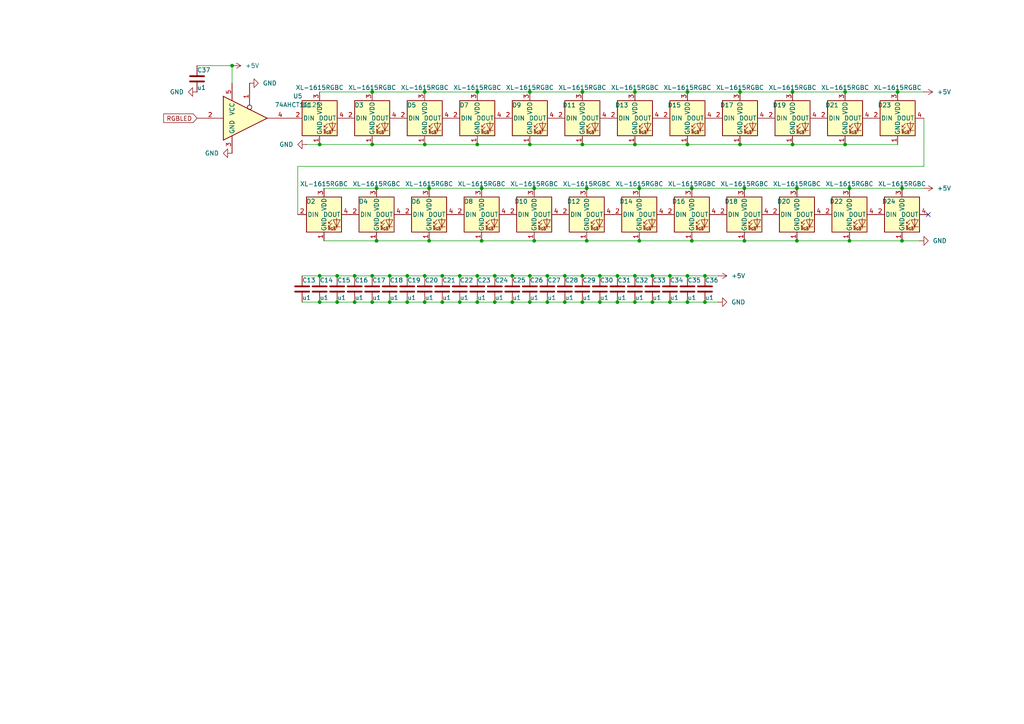
<source format=kicad_sch>
(kicad_sch (version 20250114) (generator "eeschema") (generator_version "9.0")
  (paper "A4")
  (lib_symbols
    (symbol "74xGxx:74AHCT1G125"
      (property "Reference" "U" (at -2.54 3.81 0))
      (property "Value" "74AHCT1G125" (at 0 -3.81 0))
      (symbol "74AHCT1G125_0_1"
        (polyline (pts (xy -7.62 6.35) (xy -7.62 -6.35) (xy 5.08 0) (xy -7.62 6.35)) (stroke (width 0.254)) (fill (type background)))
      )
      (symbol "74AHCT1G125_1_1"
        (pin input line (at -15.24 0 0) (length 7.62) (name "~") (number "2"))
        (pin power_in line (at -5.08 10.16 270) (length 5.08) (name "VCC") (number "5"))
        (pin power_in line (at -5.08 -10.16 90) (length 5.08) (name "GND") (number "3"))
        (pin input inverted (at 0 10.16 270) (length 7.62) (name "~") (number "1"))
        (pin tri_state line (at 12.7 0 180) (length 7.62) (name "~") (number "4"))
      )
    )
    (symbol "Device:C" (pin_numbers (hide yes)) (pin_names (offset 0.254))
      (property "Reference" "C" (at 0.635 2.54 0))
      (property "Value" "C" (at 0.635 -2.54 0))
      (symbol "C_0_1"
        (polyline (pts (xy -2.032 0.762) (xy 2.032 0.762)) (stroke (width 0.508)))
        (polyline (pts (xy -2.032 -0.762) (xy 2.032 -0.762)) (stroke (width 0.508)))
      )
      (symbol "C_1_1"
        (pin passive line (at 0 3.81 270) (length 2.794) (name "~") (number "1"))
        (pin passive line (at 0 -3.81 90) (length 2.794) (name "~") (number "2"))
      )
    )
    (symbol "liebler_OPTO:XL-1615RGBC" (pin_names (offset 0.254))
      (property "Reference" "D" (at 5.08 5.715 0))
      (property "Value" "XL-1615RGBC" (at 1.27 -5.715 0))
      (symbol "XL-1615RGBC_0_0"
        (text "RGB" (at 2.286 -4.191 0) (effects (font (size 0.762 0.762))))
      )
      (symbol "XL-1615RGBC_0_1"
        (polyline (pts (xy 1.27 -2.54) (xy 1.778 -2.54)))
        (polyline (pts (xy 1.27 -3.556) (xy 1.778 -3.556)))
        (polyline (pts (xy 2.286 -1.524) (xy 1.27 -2.54) (xy 1.27 -2.032)))
        (polyline (pts (xy 2.286 -2.54) (xy 1.27 -3.556) (xy 1.27 -3.048)))
        (polyline (pts (xy 3.683 -1.016) (xy 3.683 -3.556) (xy 3.683 -4.064)))
        (polyline (pts (xy 4.699 -1.524) (xy 2.667 -1.524) (xy 3.683 -3.556) (xy 4.699 -1.524)))
        (polyline (pts (xy 4.699 -3.556) (xy 2.667 -3.556)))
        (rectangle (start 5.08 5.08) (end -5.08 -5.08) (stroke (width 0.254)) (fill (type background)))
      )
      (symbol "XL-1615RGBC_1_1"
        (pin input line (at -7.62 0 0) (length 2.54) (name "DIN") (number "2"))
        (pin power_in line (at 0 7.62 270) (length 2.54) (name "VDD") (number "3"))
        (pin power_in line (at 0 -7.62 90) (length 2.54) (name "GND") (number "1"))
        (pin output line (at 7.62 0 180) (length 2.54) (name "DOUT") (number "4"))
      )
    )
    (symbol "power:+5V" (power) (pin_numbers (hide yes)) (pin_names (offset 0) (hide yes))
      (property "Value" "+5V" (at 0 3.556 0))
      (symbol "+5V_0_1"
        (polyline (pts (xy -0.762 1.27) (xy 0 2.54)))
        (polyline (pts (xy 0 2.54) (xy 0.762 1.27)))
        (polyline (pts (xy 0 0) (xy 0 2.54)))
      )
      (symbol "+5V_1_1"
        (pin power_in line (at 0 0 90) (length 0) (name "~") (number "1"))
      )
    )
    (symbol "power:GND" (power) (pin_numbers (hide yes)) (pin_names (offset 0) (hide yes))
      (property "Value" "GND" (at 0 -3.81 0))
      (symbol "GND_0_1"
        (polyline (pts (xy 0 0) (xy 0 -1.27) (xy 1.27 -1.27) (xy 0 -2.54) (xy -1.27 -1.27) (xy 0 -1.27)))
      )
      (symbol "GND_1_1"
        (pin power_in line (at 0 0 270) (length 0) (name "~") (number "1"))
      )
    )
  )
  (junction (at 143.51 80.01))
  (junction (at 148.59 87.63))
  (junction (at 170.18 54.61))
  (junction (at 246.38 69.85))
  (junction (at 128.27 87.63))
  (junction (at 179.07 80.01))
  (junction (at 107.95 80.01))
  (junction (at 118.11 87.63))
  (junction (at 170.18 69.85))
  (junction (at 229.87 41.91))
  (junction (at 107.95 87.63))
  (junction (at 128.27 80.01))
  (junction (at 184.15 87.63))
  (junction (at 102.87 87.63))
  (junction (at 261.62 69.85))
  (junction (at 179.07 87.63))
  (junction (at 189.23 87.63))
  (junction (at 138.43 41.91))
  (junction (at 194.31 87.63))
  (junction (at 102.87 80.01))
  (junction (at 133.35 87.63))
  (junction (at 168.91 80.01))
  (junction (at 124.46 69.85))
  (junction (at 199.39 87.63))
  (junction (at 139.7 69.85))
  (junction (at 168.91 87.63))
  (junction (at 109.22 69.85))
  (junction (at 123.19 87.63))
  (junction (at 215.9 54.61))
  (junction (at 214.63 26.67))
  (junction (at 261.62 54.61))
  (junction (at 158.75 87.63))
  (junction (at 153.67 80.01))
  (junction (at 229.87 26.67))
  (junction (at 148.59 80.01))
  (junction (at 123.19 80.01))
  (junction (at 184.15 80.01))
  (junction (at 199.39 41.91))
  (junction (at 200.66 54.61))
  (junction (at 200.66 69.85))
  (junction (at 139.7 54.61))
  (junction (at 173.99 87.63))
  (junction (at 118.11 80.01))
  (junction (at 194.31 80.01))
  (junction (at 204.47 80.01))
  (junction (at 245.11 26.67))
  (junction (at 143.51 87.63))
  (junction (at 153.67 87.63))
  (junction (at 92.71 80.01))
  (junction (at 154.94 54.61))
  (junction (at 109.22 54.61))
  (junction (at 199.39 26.67))
  (junction (at 138.43 26.67))
  (junction (at 107.95 26.67))
  (junction (at 260.35 26.67))
  (junction (at 138.43 87.63))
  (junction (at 163.83 87.63))
  (junction (at 231.14 54.61))
  (junction (at 168.91 26.67))
  (junction (at 184.15 26.67))
  (junction (at 231.14 69.85))
  (junction (at 158.75 80.01))
  (junction (at 153.67 41.91))
  (junction (at 123.19 41.91))
  (junction (at 215.9 69.85))
  (junction (at 189.23 80.01))
  (junction (at 199.39 80.01))
  (junction (at 92.71 41.91))
  (junction (at 97.79 80.01))
  (junction (at 153.67 26.67))
  (junction (at 204.47 87.63))
  (junction (at 113.03 80.01))
  (junction (at 92.71 87.63))
  (junction (at 97.79 87.63))
  (junction (at 163.83 80.01))
  (junction (at 185.42 54.61))
  (junction (at 173.99 80.01))
  (junction (at 124.46 54.61))
  (junction (at 133.35 80.01))
  (junction (at 168.91 41.91))
  (junction (at 184.15 41.91))
  (junction (at 214.63 41.91))
  (junction (at 246.38 54.61))
  (junction (at 185.42 69.85))
  (junction (at 113.03 87.63))
  (junction (at 123.19 26.67))
  (junction (at 154.94 69.85))
  (junction (at 138.43 80.01))
  (junction (at 107.95 41.91))
  (junction (at 67.31 19.05))
  (junction (at 245.11 41.91))
  (no_connect (at 269.24 62.23))
  (wire (pts (xy 215.9 69.85) (xy 231.14 69.85)))
  (wire (pts (xy 261.62 54.61) (xy 267.97 54.61)))
  (wire (pts (xy 128.27 80.01) (xy 133.35 80.01)))
  (wire (pts (xy 153.67 41.91) (xy 168.91 41.91)))
  (wire (pts (xy 267.97 48.26) (xy 86.36 48.26)))
  (wire (pts (xy 124.46 54.61) (xy 139.7 54.61)))
  (wire (pts (xy 184.15 80.01) (xy 189.23 80.01)))
  (wire (pts (xy 185.42 54.61) (xy 200.66 54.61)))
  (wire (pts (xy 107.95 87.63) (xy 113.03 87.63)))
  (wire (pts (xy 154.94 54.61) (xy 170.18 54.61)))
  (wire (pts (xy 173.99 80.01) (xy 179.07 80.01)))
  (wire (pts (xy 199.39 41.91) (xy 214.63 41.91)))
  (wire (pts (xy 261.62 69.85) (xy 266.7 69.85)))
  (wire (pts (xy 200.66 69.85) (xy 215.9 69.85)))
  (wire (pts (xy 124.46 69.85) (xy 139.7 69.85)))
  (wire (pts (xy 109.22 69.85) (xy 124.46 69.85)))
  (wire (pts (xy 179.07 80.01) (xy 184.15 80.01)))
  (wire (pts (xy 189.23 80.01) (xy 194.31 80.01)))
  (wire (pts (xy 214.63 41.91) (xy 229.87 41.91)))
  (wire (pts (xy 67.31 19.05) (xy 57.15 19.05)))
  (wire (pts (xy 92.71 41.91) (xy 107.95 41.91)))
  (wire (pts (xy 118.11 80.01) (xy 123.19 80.01)))
  (wire (pts (xy 87.63 87.63) (xy 92.71 87.63)))
  (wire (pts (xy 173.99 87.63) (xy 179.07 87.63)))
  (wire (pts (xy 246.38 54.61) (xy 261.62 54.61)))
  (wire (pts (xy 245.11 26.67) (xy 260.35 26.67)))
  (wire (pts (xy 92.71 26.67) (xy 107.95 26.67)))
  (wire (pts (xy 139.7 69.85) (xy 154.94 69.85)))
  (wire (pts (xy 92.71 80.01) (xy 97.79 80.01)))
  (wire (pts (xy 199.39 80.01) (xy 204.47 80.01)))
  (wire (pts (xy 231.14 69.85) (xy 246.38 69.85)))
  (wire (pts (xy 185.42 69.85) (xy 200.66 69.85)))
  (wire (pts (xy 88.9 41.91) (xy 92.71 41.91)))
  (wire (pts (xy 102.87 87.63) (xy 107.95 87.63)))
  (wire (pts (xy 87.63 80.01) (xy 92.71 80.01)))
  (wire (pts (xy 97.79 87.63) (xy 102.87 87.63)))
  (wire (pts (xy 107.95 26.67) (xy 123.19 26.67)))
  (wire (pts (xy 168.91 87.63) (xy 173.99 87.63)))
  (wire (pts (xy 113.03 80.01) (xy 118.11 80.01)))
  (wire (pts (xy 138.43 87.63) (xy 143.51 87.63)))
  (wire (pts (xy 168.91 80.01) (xy 173.99 80.01)))
  (wire (pts (xy 133.35 87.63) (xy 138.43 87.63)))
  (wire (pts (xy 148.59 87.63) (xy 153.67 87.63)))
  (wire (pts (xy 93.98 54.61) (xy 109.22 54.61)))
  (wire (pts (xy 123.19 80.01) (xy 128.27 80.01)))
  (wire (pts (xy 133.35 80.01) (xy 138.43 80.01)))
  (wire (pts (xy 184.15 41.91) (xy 199.39 41.91)))
  (wire (pts (xy 267.97 34.29) (xy 267.97 48.26)))
  (wire (pts (xy 138.43 80.01) (xy 143.51 80.01)))
  (wire (pts (xy 215.9 54.61) (xy 231.14 54.61)))
  (wire (pts (xy 158.75 80.01) (xy 163.83 80.01)))
  (wire (pts (xy 229.87 26.67) (xy 245.11 26.67)))
  (wire (pts (xy 148.59 80.01) (xy 153.67 80.01)))
  (wire (pts (xy 109.22 54.61) (xy 124.46 54.61)))
  (wire (pts (xy 93.98 69.85) (xy 109.22 69.85)))
  (wire (pts (xy 184.15 26.67) (xy 199.39 26.67)))
  (wire (pts (xy 214.63 26.67) (xy 229.87 26.67)))
  (wire (pts (xy 107.95 41.91) (xy 123.19 41.91)))
  (wire (pts (xy 123.19 87.63) (xy 128.27 87.63)))
  (wire (pts (xy 204.47 80.01) (xy 208.28 80.01)))
  (wire (pts (xy 143.51 87.63) (xy 148.59 87.63)))
  (wire (pts (xy 107.95 80.01) (xy 113.03 80.01)))
  (wire (pts (xy 153.67 26.67) (xy 168.91 26.67)))
  (wire (pts (xy 170.18 54.61) (xy 185.42 54.61)))
  (wire (pts (xy 260.35 26.67) (xy 267.97 26.67)))
  (wire (pts (xy 231.14 54.61) (xy 246.38 54.61)))
  (wire (pts (xy 184.15 87.63) (xy 189.23 87.63)))
  (wire (pts (xy 113.03 87.63) (xy 118.11 87.63)))
  (wire (pts (xy 128.27 87.63) (xy 133.35 87.63)))
  (wire (pts (xy 245.11 41.91) (xy 260.35 41.91)))
  (wire (pts (xy 92.71 87.63) (xy 97.79 87.63)))
  (wire (pts (xy 139.7 54.61) (xy 154.94 54.61)))
  (wire (pts (xy 170.18 69.85) (xy 185.42 69.85)))
  (wire (pts (xy 123.19 26.67) (xy 138.43 26.67)))
  (wire (pts (xy 204.47 87.63) (xy 208.28 87.63)))
  (wire (pts (xy 168.91 26.67) (xy 184.15 26.67)))
  (wire (pts (xy 158.75 87.63) (xy 163.83 87.63)))
  (wire (pts (xy 143.51 80.01) (xy 148.59 80.01)))
  (wire (pts (xy 153.67 80.01) (xy 158.75 80.01)))
  (wire (pts (xy 153.67 87.63) (xy 158.75 87.63)))
  (wire (pts (xy 179.07 87.63) (xy 184.15 87.63)))
  (wire (pts (xy 168.91 41.91) (xy 184.15 41.91)))
  (wire (pts (xy 102.87 80.01) (xy 107.95 80.01)))
  (wire (pts (xy 138.43 26.67) (xy 153.67 26.67)))
  (wire (pts (xy 229.87 41.91) (xy 245.11 41.91)))
  (wire (pts (xy 154.94 69.85) (xy 170.18 69.85)))
  (wire (pts (xy 163.83 80.01) (xy 168.91 80.01)))
  (wire (pts (xy 199.39 26.67) (xy 214.63 26.67)))
  (wire (pts (xy 246.38 69.85) (xy 261.62 69.85)))
  (wire (pts (xy 86.36 48.26) (xy 86.36 62.23)))
  (wire (pts (xy 199.39 87.63) (xy 204.47 87.63)))
  (wire (pts (xy 123.19 41.91) (xy 138.43 41.91)))
  (wire (pts (xy 189.23 87.63) (xy 194.31 87.63)))
  (wire (pts (xy 67.31 24.13) (xy 67.31 19.05)))
  (wire (pts (xy 138.43 41.91) (xy 153.67 41.91)))
  (wire (pts (xy 163.83 87.63) (xy 168.91 87.63)))
  (wire (pts (xy 194.31 87.63) (xy 199.39 87.63)))
  (wire (pts (xy 97.79 80.01) (xy 102.87 80.01)))
  (wire (pts (xy 200.66 54.61) (xy 215.9 54.61)))
  (wire (pts (xy 194.31 80.01) (xy 199.39 80.01)))
  (wire (pts (xy 118.11 87.63) (xy 123.19 87.63)))
  (global_label "RGBLED" (shape input) (at 57.15 34.29 180) (property "Intersheetrefs" "${INTERSHEET_REFS}" (effects (hide yes))))
  (symbol (lib_id "Device:C") (at 179.07 83.82 0) (unit 1)
    (property "Reference" "C31" (at 179.07 81.28 0) (effects (justify left)))
    (property "Value" "u1" (at 179.07 86.36 0) (effects (justify left)))
    (property "Footprint" "Capacitor_SMD:C_0201_0603Metric" (effects (hide yes)))
    (property "Description" "Unpolarized capacitor" (effects (hide yes)))
  )
  (symbol (lib_id "Device:C") (at 168.91 83.82 0) (unit 1)
    (property "Reference" "C29" (at 168.91 81.28 0) (effects (justify left)))
    (property "Value" "u1" (at 168.91 86.36 0) (effects (justify left)))
    (property "Footprint" "Capacitor_SMD:C_0201_0603Metric" (effects (hide yes)))
    (property "Description" "Unpolarized capacitor" (effects (hide yes)))
  )
  (symbol (lib_id "Device:C") (at 148.59 83.82 0) (unit 1)
    (property "Reference" "C25" (at 148.59 81.28 0) (effects (justify left)))
    (property "Value" "u1" (at 148.59 86.36 0) (effects (justify left)))
    (property "Footprint" "Capacitor_SMD:C_0201_0603Metric" (effects (hide yes)))
    (property "Description" "Unpolarized capacitor" (effects (hide yes)))
  )
  (symbol (lib_id "Device:C") (at 199.39 83.82 0) (unit 1)
    (property "Reference" "C35" (at 199.39 81.28 0) (effects (justify left)))
    (property "Value" "u1" (at 199.39 86.36 0) (effects (justify left)))
    (property "Footprint" "Capacitor_SMD:C_0201_0603Metric" (effects (hide yes)))
    (property "Description" "Unpolarized capacitor" (effects (hide yes)))
  )
  (symbol (lib_id "Device:C") (at 163.83 83.82 0) (unit 1)
    (property "Reference" "C28" (at 163.83 81.28 0) (effects (justify left)))
    (property "Value" "u1" (at 163.83 86.36 0) (effects (justify left)))
    (property "Footprint" "Capacitor_SMD:C_0201_0603Metric" (effects (hide yes)))
    (property "Description" "Unpolarized capacitor" (effects (hide yes)))
  )
  (symbol (lib_id "liebler_OPTO:XL-1615RGBC") (at 229.87 34.29 0) (unit 1)
    (property "Reference" "D19" (at 226.06 30.48 0))
    (property "Value" "XL-1615RGBC" (at 229.87 25.4 0))
    (property "Footprint" "liebler_OPTO:XL-1615" (effects (hide yes)))
    (property "Datasheet" "https://lcsc.com/datasheet/lcsc_datasheet_2504101957_XINGLIGHT-XL-1615RGBC-WS2812B_C5349954.pdf" (effects (hide yes)))
    (property "Description" "RGB LED with integrated controller" (effects (hide yes)))
  )
  (symbol (lib_id "power:GND") (at 67.31 44.45 270) (unit 1)
    (property "Reference" "#PWR040" (effects (hide yes)))
    (property "Value" "GND" (at 63.5 44.4499 90) (effects (justify right)))
    (property "Description" "Power symbol creates a global label with name \"GND\" , ground" (effects (hide yes)))
  )
  (symbol (lib_id "liebler_OPTO:XL-1615RGBC") (at 109.22 62.23 0) (unit 1)
    (property "Reference" "D4" (at 105.41 58.42 0))
    (property "Value" "XL-1615RGBC" (at 109.22 53.34 0))
    (property "Footprint" "liebler_OPTO:XL-1615" (effects (hide yes)))
    (property "Datasheet" "https://lcsc.com/datasheet/lcsc_datasheet_2504101957_XINGLIGHT-XL-1615RGBC-WS2812B_C5349954.pdf" (effects (hide yes)))
    (property "Description" "RGB LED with integrated controller" (effects (hide yes)))
  )
  (symbol (lib_id "liebler_OPTO:XL-1615RGBC") (at 92.71 34.29 0) (unit 1)
    (property "Reference" "D1" (at 88.9 30.48 0))
    (property "Value" "XL-1615RGBC" (at 92.71 25.4 0))
    (property "Footprint" "liebler_OPTO:XL-1615" (effects (hide yes)))
    (property "Datasheet" "https://lcsc.com/datasheet/lcsc_datasheet_2504101957_XINGLIGHT-XL-1615RGBC-WS2812B_C5349954.pdf" (effects (hide yes)))
    (property "Description" "RGB LED with integrated controller" (effects (hide yes)))
  )
  (symbol (lib_id "liebler_OPTO:XL-1615RGBC") (at 231.14 62.23 0) (unit 1)
    (property "Reference" "D20" (at 227.33 58.42 0))
    (property "Value" "XL-1615RGBC" (at 231.14 53.34 0))
    (property "Footprint" "liebler_OPTO:XL-1615" (effects (hide yes)))
    (property "Datasheet" "https://lcsc.com/datasheet/lcsc_datasheet_2504101957_XINGLIGHT-XL-1615RGBC-WS2812B_C5349954.pdf" (effects (hide yes)))
    (property "Description" "RGB LED with integrated controller" (effects (hide yes)))
  )
  (symbol (lib_id "liebler_OPTO:XL-1615RGBC") (at 245.11 34.29 0) (unit 1)
    (property "Reference" "D21" (at 241.3 30.48 0))
    (property "Value" "XL-1615RGBC" (at 245.11 25.4 0))
    (property "Footprint" "liebler_OPTO:XL-1615" (effects (hide yes)))
    (property "Datasheet" "https://lcsc.com/datasheet/lcsc_datasheet_2504101957_XINGLIGHT-XL-1615RGBC-WS2812B_C5349954.pdf" (effects (hide yes)))
    (property "Description" "RGB LED with integrated controller" (effects (hide yes)))
  )
  (symbol (lib_id "power:+5V") (at 267.97 26.67 270) (unit 1)
    (property "Reference" "#PWR019" (effects (hide yes)))
    (property "Value" "+5V" (at 271.78 26.6699 90) (effects (justify left)))
    (property "Description" "Power symbol creates a global label with name \"+5V\"" (effects (hide yes)))
  )
  (symbol (lib_id "Device:C") (at 107.95 83.82 0) (unit 1)
    (property "Reference" "C17" (at 107.95 81.28 0) (effects (justify left)))
    (property "Value" "u1" (at 107.95 86.36 0) (effects (justify left)))
    (property "Footprint" "Capacitor_SMD:C_0201_0603Metric" (effects (hide yes)))
    (property "Description" "Unpolarized capacitor" (effects (hide yes)))
  )
  (symbol (lib_id "liebler_OPTO:XL-1615RGBC") (at 260.35 34.29 0) (unit 1)
    (property "Reference" "D23" (at 256.54 30.48 0))
    (property "Value" "XL-1615RGBC" (at 260.35 25.4 0))
    (property "Footprint" "liebler_OPTO:XL-1615" (effects (hide yes)))
    (property "Datasheet" "https://lcsc.com/datasheet/lcsc_datasheet_2504101957_XINGLIGHT-XL-1615RGBC-WS2812B_C5349954.pdf" (effects (hide yes)))
    (property "Description" "RGB LED with integrated controller" (effects (hide yes)))
  )
  (symbol (lib_id "Device:C") (at 194.31 83.82 0) (unit 1)
    (property "Reference" "C34" (at 194.31 81.28 0) (effects (justify left)))
    (property "Value" "u1" (at 194.31 86.36 0) (effects (justify left)))
    (property "Footprint" "Capacitor_SMD:C_0201_0603Metric" (effects (hide yes)))
    (property "Description" "Unpolarized capacitor" (effects (hide yes)))
  )
  (symbol (lib_id "liebler_OPTO:XL-1615RGBC") (at 261.62 62.23 0) (unit 1)
    (property "Reference" "D24" (at 257.81 58.42 0))
    (property "Value" "XL-1615RGBC" (at 261.62 53.34 0))
    (property "Footprint" "liebler_OPTO:XL-1615" (effects (hide yes)))
    (property "Datasheet" "https://lcsc.com/datasheet/lcsc_datasheet_2504101957_XINGLIGHT-XL-1615RGBC-WS2812B_C5349954.pdf" (effects (hide yes)))
    (property "Description" "RGB LED with integrated controller" (effects (hide yes)))
  )
  (symbol (lib_id "Device:C") (at 143.51 83.82 0) (unit 1)
    (property "Reference" "C24" (at 143.51 81.28 0) (effects (justify left)))
    (property "Value" "u1" (at 143.51 86.36 0) (effects (justify left)))
    (property "Footprint" "Capacitor_SMD:C_0201_0603Metric" (effects (hide yes)))
    (property "Description" "Unpolarized capacitor" (effects (hide yes)))
  )
  (symbol (lib_id "power:GND") (at 72.39 24.13 90) (unit 1)
    (property "Reference" "#PWR043" (effects (hide yes)))
    (property "Value" "GND" (at 76.2 24.1301 90) (effects (justify right)))
    (property "Description" "Power symbol creates a global label with name \"GND\" , ground" (effects (hide yes)))
  )
  (symbol (lib_id "Device:C") (at 153.67 83.82 0) (unit 1)
    (property "Reference" "C26" (at 153.67 81.28 0) (effects (justify left)))
    (property "Value" "u1" (at 153.67 86.36 0) (effects (justify left)))
    (property "Footprint" "Capacitor_SMD:C_0201_0603Metric" (effects (hide yes)))
    (property "Description" "Unpolarized capacitor" (effects (hide yes)))
  )
  (symbol (lib_id "Device:C") (at 92.71 83.82 0) (unit 1)
    (property "Reference" "C14" (at 92.71 81.28 0) (effects (justify left)))
    (property "Value" "u1" (at 92.71 86.36 0) (effects (justify left)))
    (property "Footprint" "Capacitor_SMD:C_0201_0603Metric" (effects (hide yes)))
    (property "Description" "Unpolarized capacitor" (effects (hide yes)))
  )
  (symbol (lib_id "liebler_OPTO:XL-1615RGBC") (at 199.39 34.29 0) (unit 1)
    (property "Reference" "D15" (at 195.58 30.48 0))
    (property "Value" "XL-1615RGBC" (at 199.39 25.4 0))
    (property "Footprint" "liebler_OPTO:XL-1615" (effects (hide yes)))
    (property "Datasheet" "https://lcsc.com/datasheet/lcsc_datasheet_2504101957_XINGLIGHT-XL-1615RGBC-WS2812B_C5349954.pdf" (effects (hide yes)))
    (property "Description" "RGB LED with integrated controller" (effects (hide yes)))
  )
  (symbol (lib_id "liebler_OPTO:XL-1615RGBC") (at 139.7 62.23 0) (unit 1)
    (property "Reference" "D8" (at 135.89 58.42 0))
    (property "Value" "XL-1615RGBC" (at 139.7 53.34 0))
    (property "Footprint" "liebler_OPTO:XL-1615" (effects (hide yes)))
    (property "Datasheet" "https://lcsc.com/datasheet/lcsc_datasheet_2504101957_XINGLIGHT-XL-1615RGBC-WS2812B_C5349954.pdf" (effects (hide yes)))
    (property "Description" "RGB LED with integrated controller" (effects (hide yes)))
  )
  (symbol (lib_id "liebler_OPTO:XL-1615RGBC") (at 200.66 62.23 0) (unit 1)
    (property "Reference" "D16" (at 196.85 58.42 0))
    (property "Value" "XL-1615RGBC" (at 200.66 53.34 0))
    (property "Footprint" "liebler_OPTO:XL-1615" (effects (hide yes)))
    (property "Datasheet" "https://lcsc.com/datasheet/lcsc_datasheet_2504101957_XINGLIGHT-XL-1615RGBC-WS2812B_C5349954.pdf" (effects (hide yes)))
    (property "Description" "RGB LED with integrated controller" (effects (hide yes)))
  )
  (symbol (lib_id "power:+5V") (at 208.28 80.01 270) (unit 1)
    (property "Reference" "#PWR016" (effects (hide yes)))
    (property "Value" "+5V" (at 212.09 80.0099 90) (effects (justify left)))
    (property "Description" "Power symbol creates a global label with name \"+5V\"" (effects (hide yes)))
  )
  (symbol (lib_id "Device:C") (at 118.11 83.82 0) (unit 1)
    (property "Reference" "C19" (at 118.11 81.28 0) (effects (justify left)))
    (property "Value" "u1" (at 118.11 86.36 0) (effects (justify left)))
    (property "Footprint" "Capacitor_SMD:C_0201_0603Metric" (effects (hide yes)))
    (property "Description" "Unpolarized capacitor" (effects (hide yes)))
  )
  (symbol (lib_id "Device:C") (at 133.35 83.82 0) (unit 1)
    (property "Reference" "C22" (at 133.35 81.28 0) (effects (justify left)))
    (property "Value" "u1" (at 133.35 86.36 0) (effects (justify left)))
    (property "Footprint" "Capacitor_SMD:C_0201_0603Metric" (effects (hide yes)))
    (property "Description" "Unpolarized capacitor" (effects (hide yes)))
  )
  (symbol (lib_id "liebler_OPTO:XL-1615RGBC") (at 214.63 34.29 0) (unit 1)
    (property "Reference" "D17" (at 210.82 30.48 0))
    (property "Value" "XL-1615RGBC" (at 214.63 25.4 0))
    (property "Footprint" "liebler_OPTO:XL-1615" (effects (hide yes)))
    (property "Datasheet" "https://lcsc.com/datasheet/lcsc_datasheet_2504101957_XINGLIGHT-XL-1615RGBC-WS2812B_C5349954.pdf" (effects (hide yes)))
    (property "Description" "RGB LED with integrated controller" (effects (hide yes)))
  )
  (symbol (lib_id "Device:C") (at 128.27 83.82 0) (unit 1)
    (property "Reference" "C21" (at 128.27 81.28 0) (effects (justify left)))
    (property "Value" "u1" (at 128.27 86.36 0) (effects (justify left)))
    (property "Footprint" "Capacitor_SMD:C_0201_0603Metric" (effects (hide yes)))
    (property "Description" "Unpolarized capacitor" (effects (hide yes)))
  )
  (symbol (lib_id "liebler_OPTO:XL-1615RGBC") (at 153.67 34.29 0) (unit 1)
    (property "Reference" "D9" (at 149.86 30.48 0))
    (property "Value" "XL-1615RGBC" (at 153.67 25.4 0))
    (property "Footprint" "liebler_OPTO:XL-1615" (effects (hide yes)))
    (property "Datasheet" "https://lcsc.com/datasheet/lcsc_datasheet_2504101957_XINGLIGHT-XL-1615RGBC-WS2812B_C5349954.pdf" (effects (hide yes)))
    (property "Description" "RGB LED with integrated controller" (effects (hide yes)))
  )
  (symbol (lib_id "liebler_OPTO:XL-1615RGBC") (at 93.98 62.23 0) (unit 1)
    (property "Reference" "D2" (at 90.17 58.42 0))
    (property "Value" "XL-1615RGBC" (at 93.98 53.34 0))
    (property "Footprint" "liebler_OPTO:XL-1615" (effects (hide yes)))
    (property "Datasheet" "https://lcsc.com/datasheet/lcsc_datasheet_2504101957_XINGLIGHT-XL-1615RGBC-WS2812B_C5349954.pdf" (effects (hide yes)))
    (property "Description" "RGB LED with integrated controller" (effects (hide yes)))
  )
  (symbol (lib_id "power:GND") (at 57.15 26.67 270) (unit 1)
    (property "Reference" "#PWR041" (effects (hide yes)))
    (property "Value" "GND" (at 53.34 26.6699 90) (effects (justify right)))
    (property "Description" "Power symbol creates a global label with name \"GND\" , ground" (effects (hide yes)))
  )
  (symbol (lib_id "liebler_OPTO:XL-1615RGBC") (at 185.42 62.23 0) (unit 1)
    (property "Reference" "D14" (at 181.61 58.42 0))
    (property "Value" "XL-1615RGBC" (at 185.42 53.34 0))
    (property "Footprint" "liebler_OPTO:XL-1615" (effects (hide yes)))
    (property "Datasheet" "https://lcsc.com/datasheet/lcsc_datasheet_2504101957_XINGLIGHT-XL-1615RGBC-WS2812B_C5349954.pdf" (effects (hide yes)))
    (property "Description" "RGB LED with integrated controller" (effects (hide yes)))
  )
  (symbol (lib_id "power:+5V") (at 267.97 54.61 270) (unit 1)
    (property "Reference" "#PWR020" (effects (hide yes)))
    (property "Value" "+5V" (at 271.78 54.6099 90) (effects (justify left)))
    (property "Description" "Power symbol creates a global label with name \"+5V\"" (effects (hide yes)))
  )
  (symbol (lib_id "liebler_OPTO:XL-1615RGBC") (at 215.9 62.23 0) (unit 1)
    (property "Reference" "D18" (at 212.09 58.42 0))
    (property "Value" "XL-1615RGBC" (at 215.9 53.34 0))
    (property "Footprint" "liebler_OPTO:XL-1615" (effects (hide yes)))
    (property "Datasheet" "https://lcsc.com/datasheet/lcsc_datasheet_2504101957_XINGLIGHT-XL-1615RGBC-WS2812B_C5349954.pdf" (effects (hide yes)))
    (property "Description" "RGB LED with integrated controller" (effects (hide yes)))
  )
  (symbol (lib_id "Device:C") (at 184.15 83.82 0) (unit 1)
    (property "Reference" "C32" (at 184.15 81.28 0) (effects (justify left)))
    (property "Value" "u1" (at 184.15 86.36 0) (effects (justify left)))
    (property "Footprint" "Capacitor_SMD:C_0201_0603Metric" (effects (hide yes)))
    (property "Description" "Unpolarized capacitor" (effects (hide yes)))
  )
  (symbol (lib_id "liebler_OPTO:XL-1615RGBC") (at 168.91 34.29 0) (unit 1)
    (property "Reference" "D11" (at 165.1 30.48 0))
    (property "Value" "XL-1615RGBC" (at 168.91 25.4 0))
    (property "Footprint" "liebler_OPTO:XL-1615" (effects (hide yes)))
    (property "Datasheet" "https://lcsc.com/datasheet/lcsc_datasheet_2504101957_XINGLIGHT-XL-1615RGBC-WS2812B_C5349954.pdf" (effects (hide yes)))
    (property "Description" "RGB LED with integrated controller" (effects (hide yes)))
  )
  (symbol (lib_id "Device:C") (at 204.47 83.82 0) (unit 1)
    (property "Reference" "C36" (at 204.47 81.28 0) (effects (justify left)))
    (property "Value" "u1" (at 204.47 86.36 0) (effects (justify left)))
    (property "Footprint" "Capacitor_SMD:C_0201_0603Metric" (effects (hide yes)))
    (property "Description" "Unpolarized capacitor" (effects (hide yes)))
  )
  (symbol (lib_id "Device:C") (at 173.99 83.82 0) (unit 1)
    (property "Reference" "C30" (at 173.99 81.28 0) (effects (justify left)))
    (property "Value" "u1" (at 173.99 86.36 0) (effects (justify left)))
    (property "Footprint" "Capacitor_SMD:C_0201_0603Metric" (effects (hide yes)))
    (property "Description" "Unpolarized capacitor" (effects (hide yes)))
  )
  (symbol (lib_id "Device:C") (at 87.63 83.82 0) (unit 1)
    (property "Reference" "C13" (at 87.63 81.28 0) (effects (justify left)))
    (property "Value" "u1" (at 87.63 86.36 0) (effects (justify left)))
    (property "Footprint" "Capacitor_SMD:C_0201_0603Metric" (effects (hide yes)))
    (property "Description" "Unpolarized capacitor" (effects (hide yes)))
  )
  (symbol (lib_id "Device:C") (at 138.43 83.82 0) (unit 1)
    (property "Reference" "C23" (at 138.43 81.28 0) (effects (justify left)))
    (property "Value" "u1" (at 138.43 86.36 0) (effects (justify left)))
    (property "Footprint" "Capacitor_SMD:C_0201_0603Metric" (effects (hide yes)))
    (property "Description" "Unpolarized capacitor" (effects (hide yes)))
  )
  (symbol (lib_id "liebler_OPTO:XL-1615RGBC") (at 184.15 34.29 0) (unit 1)
    (property "Reference" "D13" (at 180.34 30.48 0))
    (property "Value" "XL-1615RGBC" (at 184.15 25.4 0))
    (property "Footprint" "liebler_OPTO:XL-1615" (effects (hide yes)))
    (property "Datasheet" "https://lcsc.com/datasheet/lcsc_datasheet_2504101957_XINGLIGHT-XL-1615RGBC-WS2812B_C5349954.pdf" (effects (hide yes)))
    (property "Description" "RGB LED with integrated controller" (effects (hide yes)))
  )
  (symbol (lib_id "Device:C") (at 97.79 83.82 0) (unit 1)
    (property "Reference" "C15" (at 97.79 81.28 0) (effects (justify left)))
    (property "Value" "u1" (at 97.79 86.36 0) (effects (justify left)))
    (property "Footprint" "Capacitor_SMD:C_0201_0603Metric" (effects (hide yes)))
    (property "Description" "Unpolarized capacitor" (effects (hide yes)))
  )
  (symbol (lib_id "power:+5V") (at 67.31 19.05 270) (unit 1)
    (property "Reference" "#PWR042" (effects (hide yes)))
    (property "Value" "+5V" (at 71.12 19.0499 90) (effects (justify left)))
    (property "Description" "Power symbol creates a global label with name \"+5V\"" (effects (hide yes)))
  )
  (symbol (lib_id "liebler_OPTO:XL-1615RGBC") (at 170.18 62.23 0) (unit 1)
    (property "Reference" "D12" (at 166.37 58.42 0))
    (property "Value" "XL-1615RGBC" (at 170.18 53.34 0))
    (property "Footprint" "liebler_OPTO:XL-1615" (effects (hide yes)))
    (property "Datasheet" "https://lcsc.com/datasheet/lcsc_datasheet_2504101957_XINGLIGHT-XL-1615RGBC-WS2812B_C5349954.pdf" (effects (hide yes)))
    (property "Description" "RGB LED with integrated controller" (effects (hide yes)))
  )
  (symbol (lib_id "liebler_OPTO:XL-1615RGBC") (at 154.94 62.23 0) (unit 1)
    (property "Reference" "D10" (at 151.13 58.42 0))
    (property "Value" "XL-1615RGBC" (at 154.94 53.34 0))
    (property "Footprint" "liebler_OPTO:XL-1615" (effects (hide yes)))
    (property "Datasheet" "https://lcsc.com/datasheet/lcsc_datasheet_2504101957_XINGLIGHT-XL-1615RGBC-WS2812B_C5349954.pdf" (effects (hide yes)))
    (property "Description" "RGB LED with integrated controller" (effects (hide yes)))
  )
  (symbol (lib_id "Device:C") (at 57.15 22.86 0) (unit 1)
    (property "Reference" "C37" (at 57.15 20.32 0) (effects (justify left)))
    (property "Value" "u1" (at 57.15 25.4 0) (effects (justify left)))
    (property "Footprint" "Capacitor_SMD:C_0201_0603Metric" (effects (hide yes)))
    (property "Description" "Unpolarized capacitor" (effects (hide yes)))
  )
  (symbol (lib_id "power:GND") (at 88.9 41.91 270) (unit 1)
    (property "Reference" "#PWR015" (effects (hide yes)))
    (property "Value" "GND" (at 85.09 41.9099 90) (effects (justify right)))
    (property "Description" "Power symbol creates a global label with name \"GND\" , ground" (effects (hide yes)))
  )
  (symbol (lib_id "liebler_OPTO:XL-1615RGBC") (at 107.95 34.29 0) (unit 1)
    (property "Reference" "D3" (at 104.14 30.48 0))
    (property "Value" "XL-1615RGBC" (at 107.95 25.4 0))
    (property "Footprint" "liebler_OPTO:XL-1615" (effects (hide yes)))
    (property "Datasheet" "https://lcsc.com/datasheet/lcsc_datasheet_2504101957_XINGLIGHT-XL-1615RGBC-WS2812B_C5349954.pdf" (effects (hide yes)))
    (property "Description" "RGB LED with integrated controller" (effects (hide yes)))
  )
  (symbol (lib_id "Device:C") (at 123.19 83.82 0) (unit 1)
    (property "Reference" "C20" (at 123.19 81.28 0) (effects (justify left)))
    (property "Value" "u1" (at 123.19 86.36 0) (effects (justify left)))
    (property "Footprint" "Capacitor_SMD:C_0201_0603Metric" (effects (hide yes)))
    (property "Description" "Unpolarized capacitor" (effects (hide yes)))
  )
  (symbol (lib_id "liebler_OPTO:XL-1615RGBC") (at 138.43 34.29 0) (unit 1)
    (property "Reference" "D7" (at 134.62 30.48 0))
    (property "Value" "XL-1615RGBC" (at 138.43 25.4 0))
    (property "Footprint" "liebler_OPTO:XL-1615" (effects (hide yes)))
    (property "Datasheet" "https://lcsc.com/datasheet/lcsc_datasheet_2504101957_XINGLIGHT-XL-1615RGBC-WS2812B_C5349954.pdf" (effects (hide yes)))
    (property "Description" "RGB LED with integrated controller" (effects (hide yes)))
  )
  (symbol (lib_id "power:GND") (at 208.28 87.63 90) (unit 1)
    (property "Reference" "#PWR017" (effects (hide yes)))
    (property "Value" "GND" (at 212.09 87.6299 90) (effects (justify right)))
    (property "Description" "Power symbol creates a global label with name \"GND\" , ground" (effects (hide yes)))
  )
  (symbol (lib_id "74xGxx:74AHCT1G125") (at 72.39 34.29 0) (unit 1)
    (property "Reference" "U5" (at 86.36 27.8698 0))
    (property "Value" "74AHCT1G125" (at 86.36 30.4098 0))
    (property "Footprint" "Package_TO_SOT_SMD:SOT-23-5" (effects (hide yes)))
    (property "Datasheet" "http://www.ti.com/lit/sg/scyt129e/scyt129e.pdf" (effects (hide yes)))
    (property "Description" "Single Buffer Gate Tri-State, Low-Voltage CMOS" (effects (hide yes)))
  )
  (symbol (lib_id "liebler_OPTO:XL-1615RGBC") (at 124.46 62.23 0) (unit 1)
    (property "Reference" "D6" (at 120.65 58.42 0))
    (property "Value" "XL-1615RGBC" (at 124.46 53.34 0))
    (property "Footprint" "liebler_OPTO:XL-1615" (effects (hide yes)))
    (property "Datasheet" "https://lcsc.com/datasheet/lcsc_datasheet_2504101957_XINGLIGHT-XL-1615RGBC-WS2812B_C5349954.pdf" (effects (hide yes)))
    (property "Description" "RGB LED with integrated controller" (effects (hide yes)))
  )
  (symbol (lib_id "liebler_OPTO:XL-1615RGBC") (at 246.38 62.23 0) (unit 1)
    (property "Reference" "D22" (at 242.57 58.42 0))
    (property "Value" "XL-1615RGBC" (at 246.38 53.34 0))
    (property "Footprint" "liebler_OPTO:XL-1615" (effects (hide yes)))
    (property "Datasheet" "https://lcsc.com/datasheet/lcsc_datasheet_2504101957_XINGLIGHT-XL-1615RGBC-WS2812B_C5349954.pdf" (effects (hide yes)))
    (property "Description" "RGB LED with integrated controller" (effects (hide yes)))
  )
  (symbol (lib_id "Device:C") (at 189.23 83.82 0) (unit 1)
    (property "Reference" "C33" (at 189.23 81.28 0) (effects (justify left)))
    (property "Value" "u1" (at 189.23 86.36 0) (effects (justify left)))
    (property "Footprint" "Capacitor_SMD:C_0201_0603Metric" (effects (hide yes)))
    (property "Description" "Unpolarized capacitor" (effects (hide yes)))
  )
  (symbol (lib_id "Device:C") (at 113.03 83.82 0) (unit 1)
    (property "Reference" "C18" (at 113.03 81.28 0) (effects (justify left)))
    (property "Value" "u1" (at 113.03 86.36 0) (effects (justify left)))
    (property "Footprint" "Capacitor_SMD:C_0201_0603Metric" (effects (hide yes)))
    (property "Description" "Unpolarized capacitor" (effects (hide yes)))
  )
  (symbol (lib_id "Device:C") (at 102.87 83.82 0) (unit 1)
    (property "Reference" "C16" (at 102.87 81.28 0) (effects (justify left)))
    (property "Value" "u1" (at 102.87 86.36 0) (effects (justify left)))
    (property "Footprint" "Capacitor_SMD:C_0201_0603Metric" (effects (hide yes)))
    (property "Description" "Unpolarized capacitor" (effects (hide yes)))
  )
  (symbol (lib_id "Device:C") (at 158.75 83.82 0) (unit 1)
    (property "Reference" "C27" (at 158.75 81.28 0) (effects (justify left)))
    (property "Value" "u1" (at 158.75 86.36 0) (effects (justify left)))
    (property "Footprint" "Capacitor_SMD:C_0201_0603Metric" (effects (hide yes)))
    (property "Description" "Unpolarized capacitor" (effects (hide yes)))
  )
  (symbol (lib_id "power:GND") (at 266.7 69.85 90) (unit 1)
    (property "Reference" "#PWR018" (effects (hide yes)))
    (property "Value" "GND" (at 270.51 69.8499 90) (effects (justify right)))
    (property "Description" "Power symbol creates a global label with name \"GND\" , ground" (effects (hide yes)))
  )
  (symbol (lib_id "liebler_OPTO:XL-1615RGBC") (at 123.19 34.29 0) (unit 1)
    (property "Reference" "D5" (at 119.38 30.48 0))
    (property "Value" "XL-1615RGBC" (at 123.19 25.4 0))
    (property "Footprint" "liebler_OPTO:XL-1615" (effects (hide yes)))
    (property "Datasheet" "https://lcsc.com/datasheet/lcsc_datasheet_2504101957_XINGLIGHT-XL-1615RGBC-WS2812B_C5349954.pdf" (effects (hide yes)))
    (property "Description" "RGB LED with integrated controller" (effects (hide yes)))
  )
)
</source>
